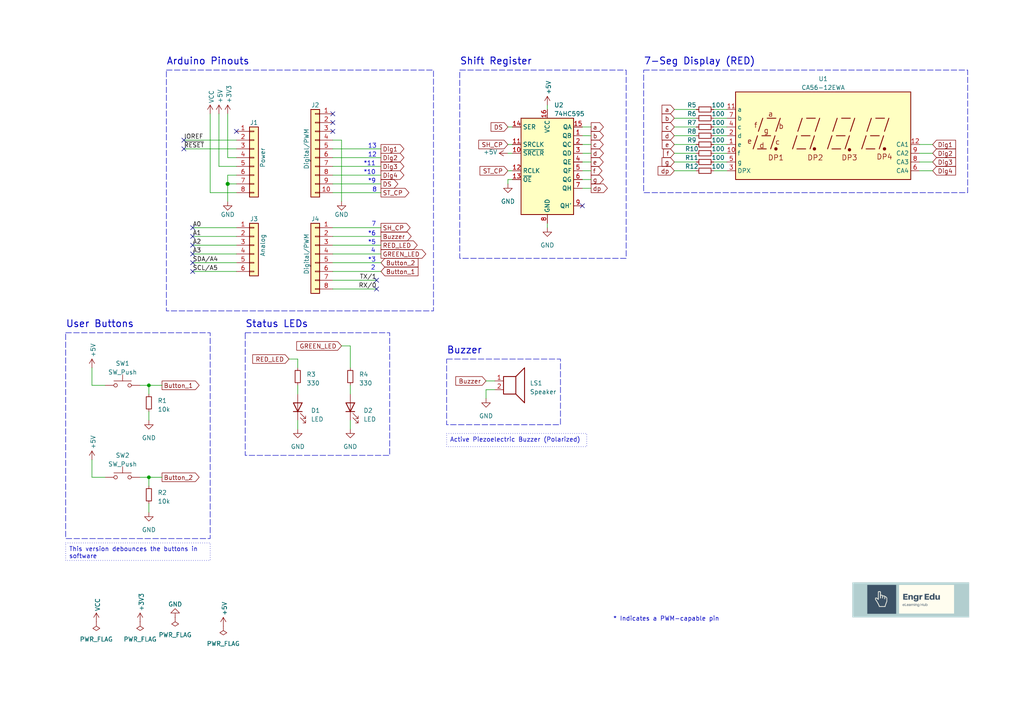
<source format=kicad_sch>
(kicad_sch (version 20230121) (generator eeschema)
  (paper "A4")
  (title_block (title "Arduino Uno Shield") (date "2023-03-22") (rev "1.0"))
  (lib_symbols
    (symbol "74xx:74HC595"
      (property "Reference" "U" (at -7.62 13.97 0))
      (property "Value" "74HC595" (at -7.62 -16.51 0))
      (symbol "74HC595_1_0"
        (pin tri_state line (at 10.16 7.62 180) (length 2.54) (name "QB") (number "1"))
        (pin input line (at -10.16 2.54 0) (length 2.54) (name "~{SRCLR}") (number "10"))
        (pin input line (at -10.16 5.08 0) (length 2.54) (name "SRCLK") (number "11"))
        (pin input line (at -10.16 -2.54 0) (length 2.54) (name "RCLK") (number "12"))
        (pin input line (at -10.16 -5.08 0) (length 2.54) (name "~{OE}") (number "13"))
        (pin input line (at -10.16 10.16 0) (length 2.54) (name "SER") (number "14"))
        (pin tri_state line (at 10.16 10.16 180) (length 2.54) (name "QA") (number "15"))
        (pin power_in line (at 0 15.24 270) (length 2.54) (name "VCC") (number "16"))
        (pin tri_state line (at 10.16 5.08 180) (length 2.54) (name "QC") (number "2"))
        (pin tri_state line (at 10.16 2.54 180) (length 2.54) (name "QD") (number "3"))
        (pin tri_state line (at 10.16 0 180) (length 2.54) (name "QE") (number "4"))
        (pin tri_state line (at 10.16 -2.54 180) (length 2.54) (name "QF") (number "5"))
        (pin tri_state line (at 10.16 -5.08 180) (length 2.54) (name "QG") (number "6"))
        (pin tri_state line (at 10.16 -7.62 180) (length 2.54) (name "QH") (number "7"))
        (pin power_in line (at 0 -17.78 90) (length 2.54) (name "GND") (number "8"))
        (pin output line (at 10.16 -12.7 180) (length 2.54) (name "QH'") (number "9"))
      )
      (symbol "74HC595_1_1"
        (rectangle (start -7.62 12.7) (end 7.62 -15.24) (stroke (width 0.254)) (fill (type background)))
      )
    )
    (symbol "Connector_Generic:Conn_01x06" (pin_names (offset 1.016) hide)
      (property "Reference" "J" (at 0 7.62 0))
      (property "Value" "Conn_01x06" (at 0 -10.16 0))
      (symbol "Conn_01x06_1_1"
        (rectangle (start -1.27 -7.493) (end 0 -7.747) (stroke (width 0.1524)))
        (rectangle (start -1.27 -4.953) (end 0 -5.207) (stroke (width 0.1524)))
        (rectangle (start -1.27 -2.413) (end 0 -2.667) (stroke (width 0.1524)))
        (rectangle (start -1.27 0.127) (end 0 -0.127) (stroke (width 0.1524)))
        (rectangle (start -1.27 2.667) (end 0 2.413) (stroke (width 0.1524)))
        (rectangle (start -1.27 5.207) (end 0 4.953) (stroke (width 0.1524)))
        (rectangle (start -1.27 6.35) (end 1.27 -8.89) (stroke (width 0.254)) (fill (type background)))
        (pin passive line (at -5.08 5.08 0) (length 3.81) (name "Pin_1") (number "1"))
        (pin passive line (at -5.08 2.54 0) (length 3.81) (name "Pin_2") (number "2"))
        (pin passive line (at -5.08 0 0) (length 3.81) (name "Pin_3") (number "3"))
        (pin passive line (at -5.08 -2.54 0) (length 3.81) (name "Pin_4") (number "4"))
        (pin passive line (at -5.08 -5.08 0) (length 3.81) (name "Pin_5") (number "5"))
        (pin passive line (at -5.08 -7.62 0) (length 3.81) (name "Pin_6") (number "6"))
      )
    )
    (symbol "Connector_Generic:Conn_01x08" (pin_names (offset 1.016) hide)
      (property "Reference" "J" (at 0 10.16 0))
      (property "Value" "Conn_01x08" (at 0 -12.7 0))
      (symbol "Conn_01x08_1_1"
        (rectangle (start -1.27 -10.033) (end 0 -10.287) (stroke (width 0.1524)))
        (rectangle (start -1.27 -7.493) (end 0 -7.747) (stroke (width 0.1524)))
        (rectangle (start -1.27 -4.953) (end 0 -5.207) (stroke (width 0.1524)))
        (rectangle (start -1.27 -2.413) (end 0 -2.667) (stroke (width 0.1524)))
        (rectangle (start -1.27 0.127) (end 0 -0.127) (stroke (width 0.1524)))
        (rectangle (start -1.27 2.667) (end 0 2.413) (stroke (width 0.1524)))
        (rectangle (start -1.27 5.207) (end 0 4.953) (stroke (width 0.1524)))
        (rectangle (start -1.27 7.747) (end 0 7.493) (stroke (width 0.1524)))
        (rectangle (start -1.27 8.89) (end 1.27 -11.43) (stroke (width 0.254)) (fill (type background)))
        (pin passive line (at -5.08 7.62 0) (length 3.81) (name "Pin_1") (number "1"))
        (pin passive line (at -5.08 5.08 0) (length 3.81) (name "Pin_2") (number "2"))
        (pin passive line (at -5.08 2.54 0) (length 3.81) (name "Pin_3") (number "3"))
        (pin passive line (at -5.08 0 0) (length 3.81) (name "Pin_4") (number "4"))
        (pin passive line (at -5.08 -2.54 0) (length 3.81) (name "Pin_5") (number "5"))
        (pin passive line (at -5.08 -5.08 0) (length 3.81) (name "Pin_6") (number "6"))
        (pin passive line (at -5.08 -7.62 0) (length 3.81) (name "Pin_7") (number "7"))
        (pin passive line (at -5.08 -10.16 0) (length 3.81) (name "Pin_8") (number "8"))
      )
    )
    (symbol "Connector_Generic:Conn_01x10" (pin_names (offset 1.016) hide)
      (property "Reference" "J" (at 0 12.7 0))
      (property "Value" "Conn_01x10" (at 0 -15.24 0))
      (symbol "Conn_01x10_1_1"
        (rectangle (start -1.27 -12.573) (end 0 -12.827) (stroke (width 0.1524)))
        (rectangle (start -1.27 -10.033) (end 0 -10.287) (stroke (width 0.1524)))
        (rectangle (start -1.27 -7.493) (end 0 -7.747) (stroke (width 0.1524)))
        (rectangle (start -1.27 -4.953) (end 0 -5.207) (stroke (width 0.1524)))
        (rectangle (start -1.27 -2.413) (end 0 -2.667) (stroke (width 0.1524)))
        (rectangle (start -1.27 0.127) (end 0 -0.127) (stroke (width 0.1524)))
        (rectangle (start -1.27 2.667) (end 0 2.413) (stroke (width 0.1524)))
        (rectangle (start -1.27 5.207) (end 0 4.953) (stroke (width 0.1524)))
        (rectangle (start -1.27 7.747) (end 0 7.493) (stroke (width 0.1524)))
        (rectangle (start -1.27 10.287) (end 0 10.033) (stroke (width 0.1524)))
        (rectangle (start -1.27 11.43) (end 1.27 -13.97) (stroke (width 0.254)) (fill (type background)))
        (pin passive line (at -5.08 10.16 0) (length 3.81) (name "Pin_1") (number "1"))
        (pin passive line (at -5.08 -12.7 0) (length 3.81) (name "Pin_10") (number "10"))
        (pin passive line (at -5.08 7.62 0) (length 3.81) (name "Pin_2") (number "2"))
        (pin passive line (at -5.08 5.08 0) (length 3.81) (name "Pin_3") (number "3"))
        (pin passive line (at -5.08 2.54 0) (length 3.81) (name "Pin_4") (number "4"))
        (pin passive line (at -5.08 0 0) (length 3.81) (name "Pin_5") (number "5"))
        (pin passive line (at -5.08 -2.54 0) (length 3.81) (name "Pin_6") (number "6"))
        (pin passive line (at -5.08 -5.08 0) (length 3.81) (name "Pin_7") (number "7"))
        (pin passive line (at -5.08 -7.62 0) (length 3.81) (name "Pin_8") (number "8"))
        (pin passive line (at -5.08 -10.16 0) (length 3.81) (name "Pin_9") (number "9"))
      )
    )
    (symbol "Device:LED" (pin_numbers hide) (pin_names (offset 1.016) hide)
      (property "Reference" "D" (at 0 2.54 0))
      (property "Value" "LED" (at 0 -2.54 0))
      (symbol "LED_0_1"
        (polyline (pts (xy -1.27 -1.27) (xy -1.27 1.27)) (stroke (width 0.254)))
        (polyline (pts (xy -1.27 0) (xy 1.27 0)))
        (polyline (pts (xy 1.27 -1.27) (xy 1.27 1.27) (xy -1.27 0) (xy 1.27 -1.27)) (stroke (width 0.254)))
        (polyline (pts (xy -3.048 -0.762) (xy -4.572 -2.286) (xy -3.81 -2.286) (xy -4.572 -2.286) (xy -4.572 -1.524)))
        (polyline (pts (xy -1.778 -0.762) (xy -3.302 -2.286) (xy -2.54 -2.286) (xy -3.302 -2.286) (xy -3.302 -1.524)))
      )
      (symbol "LED_1_1"
        (pin passive line (at -3.81 0 0) (length 2.54) (name "K") (number "1"))
        (pin passive line (at 3.81 0 180) (length 2.54) (name "A") (number "2"))
      )
    )
    (symbol "Device:R_Small" (pin_numbers hide) (pin_names (offset 0.254) hide)
      (property "Reference" "R" (at 0.762 0.508 0))
      (property "Value" "R_Small" (at 0.762 -1.016 0))
      (symbol "R_Small_0_1"
        (rectangle (start -0.762 1.778) (end 0.762 -1.778) (stroke (width 0.2032)))
      )
      (symbol "R_Small_1_1"
        (pin passive line (at 0 2.54 270) (length 0.762) (name "~") (number "1"))
        (pin passive line (at 0 -2.54 90) (length 0.762) (name "~") (number "2"))
      )
    )
    (symbol "Device:Speaker" (pin_names (offset 0) hide)
      (property "Reference" "LS" (at 1.27 5.715 0))
      (property "Value" "Speaker" (at 1.27 3.81 0))
      (symbol "Speaker_0_0"
        (rectangle (start -2.54 1.27) (end 1.016 -3.81) (stroke (width 0.254)))
        (polyline (pts (xy 1.016 1.27) (xy 3.556 3.81) (xy 3.556 -6.35) (xy 1.016 -3.81)) (stroke (width 0.254)))
      )
      (symbol "Speaker_1_1"
        (pin input line (at -5.08 0 0) (length 2.54) (name "1") (number "1"))
        (pin input line (at -5.08 -2.54 0) (length 2.54) (name "2") (number "2"))
      )
    )
    (symbol "Display_Character:CA56-12EWA"
      (property "Reference" "U" (at -24.13 13.97 0))
      (property "Value" "CA56-12EWA" (at 19.05 13.97 0))
      (symbol "CA56-12EWA_0_0"
        (rectangle (start -25.4 12.7) (end 25.4 -12.7) (stroke (width 0.254)) (fill (type background)))
        (polyline (pts (xy -20.32 -3.81) (xy -19.05 0)) (stroke (width 0.254)))
        (polyline (pts (xy -19.05 -3.81) (xy -16.51 -3.81)) (stroke (width 0.254)))
        (polyline (pts (xy -18.796 1.27) (xy -17.526 5.08)) (stroke (width 0.254)))
        (polyline (pts (xy -17.78 0) (xy -15.24 0)) (stroke (width 0.254)))
        (polyline (pts (xy -16.256 5.08) (xy -13.716 5.08)) (stroke (width 0.254)))
        (polyline (pts (xy -15.24 -3.81) (xy -13.97 0)) (stroke (width 0.254)))
        (polyline (pts (xy -13.716 1.27) (xy -12.446 5.08)) (stroke (width 0.254)))
        (polyline (pts (xy -8.89 -3.81) (xy -7.62 0)) (stroke (width 0.254)))
        (polyline (pts (xy -7.62 -3.81) (xy -5.08 -3.81)) (stroke (width 0.254)))
        (polyline (pts (xy -7.366 1.27) (xy -6.096 5.08)) (stroke (width 0.254)))
        (polyline (pts (xy -6.35 0) (xy -3.81 0)) (stroke (width 0.254)))
        (polyline (pts (xy -4.826 5.08) (xy -2.286 5.08)) (stroke (width 0.254)))
        (polyline (pts (xy -3.81 -3.81) (xy -2.54 0)) (stroke (width 0.254)))
        (polyline (pts (xy -2.286 1.27) (xy -1.016 5.08)) (stroke (width 0.254)))
        (polyline (pts (xy 1.27 -3.81) (xy 2.54 0)) (stroke (width 0.254)))
        (polyline (pts (xy 2.54 -3.81) (xy 5.08 -3.81)) (stroke (width 0.254)))
        (polyline (pts (xy 2.794 1.27) (xy 4.064 5.08)) (stroke (width 0.254)))
        (polyline (pts (xy 3.81 0) (xy 6.35 0)) (stroke (width 0.254)))
        (polyline (pts (xy 5.334 5.08) (xy 7.874 5.08)) (stroke (width 0.254)))
        (polyline (pts (xy 6.35 -3.81) (xy 7.62 0)) (stroke (width 0.254)))
        (polyline (pts (xy 7.874 1.27) (xy 9.144 5.08)) (stroke (width 0.254)))
        (polyline (pts (xy 11.176 -3.81) (xy 12.446 0)) (stroke (width 0.254)))
        (polyline (pts (xy 12.446 -3.81) (xy 14.986 -3.81)) (stroke (width 0.254)))
        (polyline (pts (xy 12.7 1.27) (xy 13.97 5.08)) (stroke (width 0.254)))
        (polyline (pts (xy 13.716 0) (xy 16.256 0)) (stroke (width 0.254)))
        (polyline (pts (xy 15.24 5.08) (xy 17.78 5.08)) (stroke (width 0.254)))
        (polyline (pts (xy 16.256 -3.81) (xy 17.526 0)) (stroke (width 0.254)))
        (polyline (pts (xy 17.78 1.27) (xy 19.05 5.08)) (stroke (width 0.254)))
        (text "a" (at -15.24 6.35 0) (effects (font (size 1.524 1.524))))
        (text "b" (at -12.192 2.794 0) (effects (font (size 1.524 1.524))))
        (text "c" (at -13.208 -1.778 0) (effects (font (size 1.524 1.524))))
        (text "d" (at -17.78 -2.794 0) (effects (font (size 1.524 1.524))))
        (text "DP1" (at -13.716 -6.35 0) (effects (font (size 1.524 1.524))))
        (text "DP2" (at -2.286 -6.35 0) (effects (font (size 1.524 1.524))))
        (text "DP3" (at 7.62 -6.35 0) (effects (font (size 1.524 1.524))))
        (text "DP4" (at 17.78 -6.096 0) (effects (font (size 1.524 1.524))))
        (text "e" (at -21.336 -1.524 0) (effects (font (size 1.524 1.524))))
        (text "f" (at -19.558 3.048 0) (effects (font (size 1.524 1.524))))
        (text "g" (at -16.51 1.524 0) (effects (font (size 1.524 1.524))))
      )
      (symbol "CA56-12EWA_0_1"
        (circle (center -13.716 -3.81) (radius 0.3556) (stroke (width 0.254)) (fill (type outline)))
        (circle (center -2.54 -3.81) (radius 0.3556) (stroke (width 0.254)) (fill (type outline)))
      )
      (symbol "CA56-12EWA_1_0"
        (circle (center 7.62 -4.064) (radius 0.3556) (stroke (width 0.254)) (fill (type outline)))
        (circle (center 17.78 -3.81) (radius 0.3556) (stroke (width 0.254)) (fill (type outline)))
      )
      (symbol "CA56-12EWA_1_1"
        (pin input line (at -27.94 -2.54 0) (length 2.54) (name "e") (number "1"))
        (pin input line (at -27.94 -5.08 0) (length 2.54) (name "f") (number "10"))
        (pin input line (at -27.94 7.62 0) (length 2.54) (name "a") (number "11"))
        (pin input line (at 27.94 -2.54 180) (length 2.54) (name "CA1") (number "12"))
        (pin input line (at -27.94 0 0) (length 2.54) (name "d") (number "2"))
        (pin input line (at -27.94 -10.16 0) (length 2.54) (name "DPX") (number "3"))
        (pin input line (at -27.94 2.54 0) (length 2.54) (name "c") (number "4"))
        (pin input line (at -27.94 -7.62 0) (length 2.54) (name "g") (number "5"))
        (pin input line (at 27.94 -10.16 180) (length 2.54) (name "CA4") (number "6"))
        (pin input line (at -27.94 5.08 0) (length 2.54) (name "b") (number "7"))
        (pin input line (at 27.94 -7.62 180) (length 2.54) (name "CA3") (number "8"))
        (pin input line (at 27.94 -5.08 180) (length 2.54) (name "CA2") (number "9"))
      )
    )
    (symbol "GND_1" (power) (pin_names (offset 0))
      (property "Value" "GND_1" (at 0 -3.81 0))
      (symbol "GND_1_0_1"
        (polyline (pts (xy 0 0) (xy 0 -1.27) (xy 1.27 -1.27) (xy 0 -2.54) (xy -1.27 -1.27) (xy 0 -1.27)))
      )
      (symbol "GND_1_1_1"
        (pin power_in line (at 0 0 270) (length 0) hide (name "GND") (number "1"))
      )
    )
    (symbol "GND_2" (power) (pin_names (offset 0))
      (property "Value" "GND_2" (at 0 -3.81 0))
      (symbol "GND_2_0_1"
        (polyline (pts (xy 0 0) (xy 0 -1.27) (xy 1.27 -1.27) (xy 0 -2.54) (xy -1.27 -1.27) (xy 0 -1.27)))
      )
      (symbol "GND_2_1_1"
        (pin power_in line (at 0 0 270) (length 0) hide (name "GND") (number "1"))
      )
    )
    (symbol "GND_3" (power) (pin_names (offset 0))
      (property "Value" "GND_3" (at 0 -3.81 0))
      (symbol "GND_3_0_1"
        (polyline (pts (xy 0 0) (xy 0 -1.27) (xy 1.27 -1.27) (xy 0 -2.54) (xy -1.27 -1.27) (xy 0 -1.27)))
      )
      (symbol "GND_3_1_1"
        (pin power_in line (at 0 0 270) (length 0) hide (name "GND") (number "1"))
      )
    )
    (symbol "Switch:SW_Push" (pin_numbers hide) (pin_names (offset 1.016) hide)
      (property "Reference" "SW" (at 1.27 2.54 0))
      (property "Value" "SW_Push" (at 0 -1.524 0))
      (symbol "SW_Push_0_1"
        (circle (center -2.032 0) (radius 0.508))
        (polyline (pts (xy 0 1.27) (xy 0 3.048)))
        (polyline (pts (xy 2.54 1.27) (xy -2.54 1.27)))
        (circle (center 2.032 0) (radius 0.508))
        (pin passive line (at -5.08 0 0) (length 2.54) (name "1") (number "1"))
        (pin passive line (at 5.08 0 180) (length 2.54) (name "2") (number "2"))
      )
    )
    (symbol "power:+3V3" (power) (pin_names (offset 0))
      (property "Value" "+3V3" (at 0 3.556 0))
      (symbol "+3V3_0_1"
        (polyline (pts (xy -0.762 1.27) (xy 0 2.54)))
        (polyline (pts (xy 0 0) (xy 0 2.54)))
        (polyline (pts (xy 0 2.54) (xy 0.762 1.27)))
      )
      (symbol "+3V3_1_1"
        (pin power_in line (at 0 0 90) (length 0) hide (name "+3V3") (number "1"))
      )
    )
    (symbol "power:+5V" (power) (pin_names (offset 0))
      (property "Value" "+5V" (at 0 3.556 0))
      (symbol "+5V_0_1"
        (polyline (pts (xy -0.762 1.27) (xy 0 2.54)))
        (polyline (pts (xy 0 0) (xy 0 2.54)))
        (polyline (pts (xy 0 2.54) (xy 0.762 1.27)))
      )
      (symbol "+5V_1_1"
        (pin power_in line (at 0 0 90) (length 0) hide (name "+5V") (number "1"))
      )
    )
    (symbol "power:GND" (power) (pin_names (offset 0))
      (property "Value" "GND" (at 0 -3.81 0))
      (symbol "GND_0_1"
        (polyline (pts (xy 0 0) (xy 0 -1.27) (xy 1.27 -1.27) (xy 0 -2.54) (xy -1.27 -1.27) (xy 0 -1.27)))
      )
      (symbol "GND_1_1"
        (pin power_in line (at 0 0 270) (length 0) hide (name "GND") (number "1"))
      )
    )
    (symbol "power:PWR_FLAG" (power) (pin_numbers hide) (pin_names (offset 0) hide)
      (property "Value" "PWR_FLAG" (at 0 3.81 0))
      (symbol "PWR_FLAG_0_0"
        (pin power_out line (at 0 0 90) (length 0) (name "pwr") (number "1"))
      )
      (symbol "PWR_FLAG_0_1"
        (polyline (pts (xy 0 0) (xy 0 1.27) (xy -1.016 1.905) (xy 0 2.54) (xy 1.016 1.905) (xy 0 1.27)))
      )
    )
    (symbol "power:VCC" (power) (pin_names (offset 0))
      (property "Value" "VCC" (at 0 3.81 0))
      (symbol "VCC_0_1"
        (polyline (pts (xy -0.762 1.27) (xy 0 2.54)))
        (polyline (pts (xy 0 0) (xy 0 2.54)))
        (polyline (pts (xy 0 2.54) (xy 0.762 1.27)))
      )
      (symbol "VCC_1_1"
        (pin power_in line (at 0 0 90) (length 0) hide (name "VCC") (number "1"))
      )
    )
  )
  (junction (at 66.04 53.34) (diameter 1.016))
  (junction (at 43.18 138.43))
  (junction (at 43.18 111.76))
  (no_connect (at 96.52 33.02))
  (no_connect (at 55.88 71.12))
  (no_connect (at 109.22 81.28))
  (no_connect (at 96.52 35.56))
  (no_connect (at 55.88 73.66))
  (no_connect (at 55.88 68.58))
  (no_connect (at 68.58 38.1))
  (no_connect (at 53.34 43.18))
  (no_connect (at 55.88 66.04))
  (no_connect (at 53.34 40.64))
  (no_connect (at 168.91 59.69))
  (no_connect (at 109.22 83.82))
  (no_connect (at 96.52 38.1))
  (no_connect (at 55.88 76.2))
  (no_connect (at 55.88 78.74))
  (wire (pts (xy 96.52 83.82) (xy 109.22 83.82)))
  (wire (pts (xy 158.75 64.77) (xy 158.75 66.04)))
  (wire (pts (xy 96.52 50.8) (xy 110.49 50.8)))
  (wire (pts (xy 43.18 138.43) (xy 43.18 140.97)))
  (wire (pts (xy 207.01 36.83) (xy 210.82 36.83)))
  (wire (pts (xy 66.04 50.8) (xy 66.04 53.34)))
  (wire (pts (xy 140.97 113.03) (xy 140.97 115.57)))
  (wire (pts (xy 168.91 36.83) (xy 171.45 36.83)))
  (wire (pts (xy 43.18 138.43) (xy 46.99 138.43)))
  (wire (pts (xy 30.48 111.76) (xy 26.67 111.76)))
  (wire (pts (xy 43.18 111.76) (xy 43.18 114.3)))
  (wire (pts (xy 66.04 53.34) (xy 66.04 58.42)))
  (wire (pts (xy 86.36 111.76) (xy 86.36 114.3)))
  (wire (pts (xy 66.04 45.72) (xy 68.58 45.72)))
  (wire (pts (xy 63.5 48.26) (xy 68.58 48.26)))
  (wire (pts (xy 147.32 41.91) (xy 148.59 41.91)))
  (wire (pts (xy 63.5 33.02) (xy 63.5 48.26)))
  (wire (pts (xy 55.88 78.74) (xy 68.58 78.74)))
  (wire (pts (xy 96.52 43.18) (xy 110.49 43.18)))
  (wire (pts (xy 66.04 33.02) (xy 66.04 45.72)))
  (wire (pts (xy 96.52 66.04) (xy 110.49 66.04)))
  (wire (pts (xy 195.58 36.83) (xy 201.93 36.83)))
  (wire (pts (xy 140.97 110.49) (xy 143.51 110.49)))
  (wire (pts (xy 68.58 66.04) (xy 55.88 66.04)))
  (wire (pts (xy 266.7 44.45) (xy 270.51 44.45)))
  (wire (pts (xy 96.52 45.72) (xy 110.49 45.72)))
  (wire (pts (xy 101.6 100.33) (xy 101.6 106.68)))
  (wire (pts (xy 96.52 68.58) (xy 110.49 68.58)))
  (wire (pts (xy 195.58 34.29) (xy 201.93 34.29)))
  (wire (pts (xy 148.59 52.07) (xy 147.32 52.07)))
  (wire (pts (xy 101.6 111.76) (xy 101.6 114.3)))
  (wire (pts (xy 195.58 41.91) (xy 201.93 41.91)))
  (wire (pts (xy 158.75 30.48) (xy 158.75 31.75)))
  (wire (pts (xy 96.52 53.34) (xy 110.49 53.34)))
  (wire (pts (xy 99.06 100.33) (xy 101.6 100.33)))
  (wire (pts (xy 96.52 73.66) (xy 110.49 73.66)))
  (wire (pts (xy 195.58 44.45) (xy 201.93 44.45)))
  (wire (pts (xy 53.34 40.64) (xy 68.58 40.64)))
  (wire (pts (xy 147.32 36.83) (xy 148.59 36.83)))
  (wire (pts (xy 207.01 31.75) (xy 210.82 31.75)))
  (wire (pts (xy 43.18 111.76) (xy 46.99 111.76)))
  (wire (pts (xy 101.6 121.92) (xy 101.6 124.46)))
  (wire (pts (xy 168.91 49.53) (xy 171.45 49.53)))
  (wire (pts (xy 266.7 46.99) (xy 270.51 46.99)))
  (wire (pts (xy 99.06 40.64) (xy 99.06 58.42)))
  (wire (pts (xy 147.32 44.45) (xy 148.59 44.45)))
  (wire (pts (xy 207.01 39.37) (xy 210.82 39.37)))
  (wire (pts (xy 40.64 111.76) (xy 43.18 111.76)))
  (wire (pts (xy 68.58 71.12) (xy 55.88 71.12)))
  (wire (pts (xy 53.34 43.18) (xy 68.58 43.18)))
  (wire (pts (xy 68.58 53.34) (xy 66.04 53.34)))
  (wire (pts (xy 195.58 49.53) (xy 201.93 49.53)))
  (wire (pts (xy 143.51 113.03) (xy 140.97 113.03)))
  (wire (pts (xy 68.58 55.88) (xy 60.96 55.88)))
  (wire (pts (xy 55.88 68.58) (xy 68.58 68.58)))
  (wire (pts (xy 147.32 52.07) (xy 147.32 53.34)))
  (wire (pts (xy 207.01 46.99) (xy 210.82 46.99)))
  (wire (pts (xy 168.91 41.91) (xy 171.45 41.91)))
  (wire (pts (xy 207.01 34.29) (xy 210.82 34.29)))
  (wire (pts (xy 195.58 39.37) (xy 201.93 39.37)))
  (wire (pts (xy 207.01 44.45) (xy 210.82 44.45)))
  (wire (pts (xy 96.52 40.64) (xy 99.06 40.64)))
  (wire (pts (xy 68.58 50.8) (xy 66.04 50.8)))
  (wire (pts (xy 43.18 119.38) (xy 43.18 121.92)))
  (wire (pts (xy 168.91 44.45) (xy 171.45 44.45)))
  (wire (pts (xy 96.52 48.26) (xy 110.49 48.26)))
  (wire (pts (xy 266.7 49.53) (xy 270.51 49.53)))
  (wire (pts (xy 168.91 46.99) (xy 171.45 46.99)))
  (wire (pts (xy 26.67 111.76) (xy 26.67 106.68)))
  (wire (pts (xy 168.91 39.37) (xy 171.45 39.37)))
  (wire (pts (xy 96.52 71.12) (xy 110.49 71.12)))
  (wire (pts (xy 43.18 146.05) (xy 43.18 148.59)))
  (wire (pts (xy 55.88 73.66) (xy 68.58 73.66)))
  (wire (pts (xy 195.58 31.75) (xy 201.93 31.75)))
  (wire (pts (xy 195.58 46.99) (xy 201.93 46.99)))
  (wire (pts (xy 86.36 104.14) (xy 86.36 106.68)))
  (wire (pts (xy 86.36 121.92) (xy 86.36 124.46)))
  (wire (pts (xy 26.67 138.43) (xy 26.67 133.35)))
  (wire (pts (xy 96.52 78.74) (xy 110.49 78.74)))
  (wire (pts (xy 207.01 41.91) (xy 210.82 41.91)))
  (wire (pts (xy 96.52 76.2) (xy 110.49 76.2)))
  (wire (pts (xy 168.91 54.61) (xy 171.45 54.61)))
  (wire (pts (xy 266.7 41.91) (xy 270.51 41.91)))
  (wire (pts (xy 30.48 138.43) (xy 26.67 138.43)))
  (wire (pts (xy 147.32 49.53) (xy 148.59 49.53)))
  (wire (pts (xy 40.64 138.43) (xy 43.18 138.43)))
  (wire (pts (xy 96.52 81.28) (xy 109.22 81.28)))
  (wire (pts (xy 60.96 55.88) (xy 60.96 33.02)))
  (wire (pts (xy 83.82 104.14) (xy 86.36 104.14)))
  (wire (pts (xy 68.58 76.2) (xy 55.88 76.2)))
  (wire (pts (xy 168.91 52.07) (xy 171.45 52.07)))
  (wire (pts (xy 96.52 55.88) (xy 110.49 55.88)))
  (wire (pts (xy 207.01 49.53) (xy 210.82 49.53)))
  (rectangle (start 71.12 96.52) (end 113.03 132.08) (stroke (width 0) (type dash)))
  (rectangle (start 129.54 104.14) (end 162.56 123.19) (stroke (width 0) (type dash)))
  (rectangle (start 48.26 20.32) (end 125.73 90.17) (stroke (width 0) (type dash)))
  (rectangle (start 19.05 96.52) (end 60.96 156.21) (stroke (width 0) (type dash)))
  (rectangle (start 133.35 20.32) (end 181.61 74.93) (stroke (width 0) (type dash)))
  (rectangle (start 186.69 20.32) (end 280.67 55.88) (stroke (width 0) (type dash)))
  (image (at 264.16 173.99) (scale 0.800628))
  (text_box "Active Piezoelectric Buzzer (Polarized)" (at 129.54 125.73 0) (size 40.64 3.81) (stroke (width 0) (type dot)) (effects (font (size 1.27 1.27)) (justify left top)))
  (text_box "This version debounces the buttons in software" (at 19.05 157.48 0) (size 41.91 5.08) (stroke (width 0) (type dot)) (effects (font (size 1.27 1.27)) (justify left top)))
  (text "Shift Register" (at 133.35 19.05 0) (effects (font (size 2 2) (thickness 0.254) bold) (justify left bottom)))
  (text "*10\n" (at 105.41 50.8 0) (effects (font (size 1.27 1.27)) (justify left bottom)))
  (text "*5\n" (at 106.68 71.12 0) (effects (font (size 1.27 1.27)) (justify left bottom)))
  (text "2" (at 107.5197 78.5097 0) (effects (font (size 1.27 1.27)) (justify left bottom)))
  (text "8\n" (at 107.95 55.88 0) (effects (font (size 1.27 1.27)) (justify left bottom)))
  (text "*6" (at 106.68 68.58 0) (effects (font (size 1.27 1.27)) (justify left bottom)))
  (text "12\n" (at 106.68 45.72 0) (effects (font (size 1.27 1.27)) (justify left bottom)))
  (text "*3" (at 106.68 76.2 0) (effects (font (size 1.27 1.27)) (justify left bottom)))
  (text "13\n" (at 106.68 43.18 0) (effects (font (size 1.27 1.27)) (justify left bottom)))
  (text "7" (at 107.7116 65.8176 0) (effects (font (size 1.27 1.27)) (justify left bottom)))
  (text "Status LEDs" (at 71.12 95.25 0) (effects (font (size 2 2) (thickness 0.254) bold) (justify left bottom)))
  (text "Arduino Pinouts" (at 48.26 19.05 0) (effects (font (size 2 2) (thickness 0.254) bold) (justify left bottom)))
  (text "User Buttons" (at 19.05 95.25 0) (effects (font (size 2 2) (thickness 0.254) bold) (justify left bottom)))
  (text "Buzzer" (at 129.54 102.87 0) (effects (font (size 2 2) (thickness 0.254) bold) (justify left bottom)))
  (text "* Indicates a PWM-capable pin" (at 177.8 180.34 0) (effects (font (size 1.27 1.27)) (justify left bottom)))
  (text "7-Seg Display (RED)" (at 186.69 19.05 0) (effects (font (size 2 2) (thickness 0.254) bold) (justify left bottom)))
  (text "4" (at 107.5437 73.5192 0) (effects (font (size 1.27 1.27)) (justify left bottom)))
  (text "*11" (at 105.41 48.26 0) (effects (font (size 1.27 1.27)) (justify left bottom)))
  (text "*9\n" (at 106.68 53.34 0) (effects (font (size 1.27 1.27)) (justify left bottom)))
  (label "RX{slash}0" (at 109.22 83.82 180))
  (label "A2" (at 55.88 71.12 0))
  (label "A3" (at 55.88 73.66 0))
  (label "~{RESET}" (at 53.34 43.18 0))
  (label "A1" (at 55.88 68.58 0))
  (label "TX{slash}1" (at 109.22 81.28 180))
  (label "A0" (at 55.88 66.04 0))
  (label "IOREF" (at 53.34 40.64 0))
  (label "SDA{slash}A4" (at 55.88 76.2 0))
  (label "SCL{slash}A5" (at 55.88 78.74 0))
  (global_label "e" (shape output) (at 171.45 46.99 0) (property "Intersheetrefs" "${INTERSHEET_REFS}" (effects hide)))
  (global_label "Button_1" (shape output) (at 46.99 111.76 0) (property "Intersheetrefs" "${INTERSHEET_REFS}" (effects hide)))
  (global_label "Button_1" (shape input) (at 110.49 78.74 0) (property "Intersheetrefs" "${INTERSHEET_REFS}" (effects hide)))
  (global_label "g" (shape output) (at 171.45 52.07 0) (property "Intersheetrefs" "${INTERSHEET_REFS}" (effects hide)))
  (global_label "dp" (shape output) (at 171.45 54.61 0) (property "Intersheetrefs" "${INTERSHEET_REFS}" (effects hide)))
  (global_label "ST_CP" (shape output) (at 110.49 55.88 0) (property "Intersheetrefs" "${INTERSHEET_REFS}" (effects hide)))
  (global_label "b" (shape input) (at 195.58 34.29 180) (property "Intersheetrefs" "${INTERSHEET_REFS}" (effects hide)))
  (global_label "f" (shape output) (at 171.45 49.53 0) (property "Intersheetrefs" "${INTERSHEET_REFS}" (effects hide)))
  (global_label "ST_CP" (shape input) (at 147.32 49.53 180) (property "Intersheetrefs" "${INTERSHEET_REFS}" (effects hide)))
  (global_label "d" (shape input) (at 195.58 39.37 180) (property "Intersheetrefs" "${INTERSHEET_REFS}" (effects hide)))
  (global_label "a" (shape input) (at 195.58 31.75 180) (property "Intersheetrefs" "${INTERSHEET_REFS}" (effects hide)))
  (global_label "c" (shape output) (at 171.45 41.91 0) (property "Intersheetrefs" "${INTERSHEET_REFS}" (effects hide)))
  (global_label "Dig1" (shape output) (at 110.49 43.18 0) (property "Intersheetrefs" "${INTERSHEET_REFS}" (effects hide)))
  (global_label "Buzzer" (shape output) (at 110.49 68.58 0) (property "Intersheetrefs" "${INTERSHEET_REFS}" (effects hide)))
  (global_label "g" (shape input) (at 195.58 46.99 180) (property "Intersheetrefs" "${INTERSHEET_REFS}" (effects hide)))
  (global_label "Button_2" (shape input) (at 110.49 76.2 0) (property "Intersheetrefs" "${INTERSHEET_REFS}" (effects hide)))
  (global_label "Dig1" (shape input) (at 270.51 41.91 0) (property "Intersheetrefs" "${INTERSHEET_REFS}" (effects hide)))
  (global_label "Dig4" (shape output) (at 110.49 50.8 0) (property "Intersheetrefs" "${INTERSHEET_REFS}" (effects hide)))
  (global_label "GREEN_LED" (shape input) (at 99.06 100.33 180) (property "Intersheetrefs" "${INTERSHEET_REFS}" (effects hide)))
  (global_label "a" (shape output) (at 171.45 36.83 0) (property "Intersheetrefs" "${INTERSHEET_REFS}" (effects hide)))
  (global_label "SH_CP" (shape output) (at 110.49 66.04 0) (property "Intersheetrefs" "${INTERSHEET_REFS}" (effects hide)))
  (global_label "Dig2" (shape input) (at 270.51 44.45 0) (property "Intersheetrefs" "${INTERSHEET_REFS}" (effects hide)))
  (global_label "Dig3" (shape output) (at 110.49 48.26 0) (property "Intersheetrefs" "${INTERSHEET_REFS}" (effects hide)))
  (global_label "DS" (shape input) (at 147.32 36.83 180) (property "Intersheetrefs" "${INTERSHEET_REFS}" (effects hide)))
  (global_label "SH_CP" (shape input) (at 147.32 41.91 180) (property "Intersheetrefs" "${INTERSHEET_REFS}" (effects hide)))
  (global_label "Button_2" (shape output) (at 46.99 138.43 0) (property "Intersheetrefs" "${INTERSHEET_REFS}" (effects hide)))
  (global_label "Dig4" (shape input) (at 270.51 49.53 0) (property "Intersheetrefs" "${INTERSHEET_REFS}" (effects hide)))
  (global_label "c" (shape input) (at 195.58 36.83 180) (property "Intersheetrefs" "${INTERSHEET_REFS}" (effects hide)))
  (global_label "Dig2" (shape output) (at 110.49 45.72 0) (property "Intersheetrefs" "${INTERSHEET_REFS}" (effects hide)))
  (global_label "dp" (shape input) (at 195.58 49.53 180) (property "Intersheetrefs" "${INTERSHEET_REFS}" (effects hide)))
  (global_label "Dig3" (shape input) (at 270.51 46.99 0) (property "Intersheetrefs" "${INTERSHEET_REFS}" (effects hide)))
  (global_label "Buzzer" (shape input) (at 140.97 110.49 180) (property "Intersheetrefs" "${INTERSHEET_REFS}" (effects hide)))
  (global_label "RED_LED" (shape output) (at 110.49 71.12 0) (property "Intersheetrefs" "${INTERSHEET_REFS}" (effects hide)))
  (global_label "d" (shape output) (at 171.45 44.45 0) (property "Intersheetrefs" "${INTERSHEET_REFS}" (effects hide)))
  (global_label "e" (shape input) (at 195.58 41.91 180) (property "Intersheetrefs" "${INTERSHEET_REFS}" (effects hide)))
  (global_label "DS" (shape output) (at 110.49 53.34 0) (property "Intersheetrefs" "${INTERSHEET_REFS}" (effects hide)))
  (global_label "GREEN_LED" (shape output) (at 110.49 73.66 0) (property "Intersheetrefs" "${INTERSHEET_REFS}" (effects hide)))
  (global_label "f" (shape input) (at 195.58 44.45 180) (property "Intersheetrefs" "${INTERSHEET_REFS}" (effects hide)))
  (global_label "b" (shape output) (at 171.45 39.37 0) (property "Intersheetrefs" "${INTERSHEET_REFS}" (effects hide)))
  (global_label "RED_LED" (shape input) (at 83.82 104.14 180) (property "Intersheetrefs" "${INTERSHEET_REFS}" (effects hide)))
  (symbol (lib_id "Connector_Generic:Conn_01x08") (at 73.66 45.72 0) (unit 1)
    (property "Reference" "J1" (at 73.66 35.56 0))
    (property "Value" "Power" (at 76.2 45.72 90))
    (property "Footprint" "Connector_PinSocket_2.54mm:PinSocket_1x08_P2.54mm_Vertical" (effects hide))
  )
  (symbol (lib_id "power:+3V3") (at 66.04 33.02 0) (unit 1)
    (property "Reference" "#PWR03" (effects hide))
    (property "Value" "+3.3V" (at 66.421 29.972 90) (effects (justify left)))
  )
  (symbol (lib_id "power:+5V") (at 63.5 33.02 0) (unit 1)
    (property "Reference" "#PWR02" (effects hide))
    (property "Value" "+5V" (at 63.8556 29.972 90) (effects (justify left)))
  )
  (symbol (lib_id "power:GND") (at 66.04 58.42 0) (unit 1)
    (property "Reference" "#PWR04" (effects hide))
    (property "Value" "GND" (at 66.04 62.23 0))
  )
  (symbol (lib_id "Connector_Generic:Conn_01x10") (at 91.44 43.18 0) (mirror y) (unit 1)
    (property "Reference" "J2" (at 91.44 30.48 0))
    (property "Value" "Digital/PWM" (at 88.9 43.18 90))
    (property "Footprint" "Connector_PinSocket_2.54mm:PinSocket_1x10_P2.54mm_Vertical" (effects hide))
  )
  (symbol (lib_id "power:GND") (at 99.06 58.42 0) (unit 1)
    (property "Reference" "#PWR05" (effects hide))
    (property "Value" "GND" (at 99.06 62.23 0))
  )
  (symbol (lib_id "Connector_Generic:Conn_01x06") (at 73.66 71.12 0) (unit 1)
    (property "Reference" "J3" (at 73.66 63.5 0))
    (property "Value" "Analog" (at 76.2 71.12 90))
    (property "Footprint" "Connector_PinSocket_2.54mm:PinSocket_1x06_P2.54mm_Vertical" (effects hide))
  )
  (symbol (lib_id "Connector_Generic:Conn_01x08") (at 91.44 73.66 0) (mirror y) (unit 1)
    (property "Reference" "J4" (at 91.44 63.5 0))
    (property "Value" "Digital/PWM" (at 88.9 73.66 90))
    (property "Footprint" "Connector_PinSocket_2.54mm:PinSocket_1x08_P2.54mm_Vertical" (effects hide))
  )
  (symbol (lib_id "power:+5V") (at 26.67 133.35 0) (unit 1)
    (property "Reference" "#PWR014" (effects hide))
    (property "Value" "+5V" (at 27.0256 130.302 90) (effects (justify left)))
  )
  (symbol (lib_id "power:+3V3") (at 40.64 180.34 0) (unit 1)
    (property "Reference" "#PWR018" (effects hide))
    (property "Value" "+3.3V" (at 41.021 177.292 90) (effects (justify left)))
  )
  (symbol (lib_id "74xx:74HC595") (at 158.75 46.99 0) (unit 1)
    (property "Reference" "U2" (at 160.7059 30.48 0) (effects (justify left)))
    (property "Value" "74HC595" (at 160.7059 33.02 0) (effects (justify left)))
    (property "Footprint" "Package_DIP:DIP-16_W7.62mm_Socket_LongPads" (effects hide))
    (property "Datasheet" "http://www.ti.com/lit/ds/symlink/sn74hc595.pdf" (effects hide))
  )
  (symbol (lib_id "Device:LED") (at 86.36 118.11 90) (unit 1)
    (property "Reference" "D1" (at 90.17 119.0625 90) (effects (justify right)))
    (property "Value" "LED" (at 90.17 121.6025 90) (effects (justify right)))
    (property "Footprint" "LED_THT:LED_D5.0mm" (effects hide))
  )
  (symbol (lib_name "GND_1") (lib_id "power:GND") (at 50.8 179.07 180) (unit 1)
    (property "Reference" "#PWR019" (effects hide))
    (property "Value" "GND" (at 50.8 175.26 0))
  )
  (symbol (lib_id "power:+5V") (at 64.77 181.61 0) (unit 1)
    (property "Reference" "#PWR017" (effects hide))
    (property "Value" "+5V" (at 65.1256 178.562 90) (effects (justify left)))
  )
  (symbol (lib_id "Device:R_Small") (at 204.47 39.37 90) (unit 1)
    (property "Reference" "R8" (at 200.66 38.1 90))
    (property "Value" "100" (at 208.28 38.1 90))
    (property "Footprint" "Resistor_THT:R_Axial_DIN0207_L6.3mm_D2.5mm_P10.16mm_Horizontal" (effects hide))
  )
  (symbol (lib_id "power:+5V") (at 158.75 30.48 0) (unit 1)
    (property "Reference" "#PWR07" (effects hide))
    (property "Value" "+5V" (at 159.1056 27.432 90) (effects (justify left)))
  )
  (symbol (lib_id "power:VCC") (at 27.94 180.34 0) (unit 1)
    (property "Reference" "#PWR011" (effects hide))
    (property "Value" "VCC" (at 28.321 177.292 90) (effects (justify left)))
  )
  (symbol (lib_id "Device:R_Small") (at 43.18 116.84 0) (unit 1)
    (property "Reference" "R1" (at 45.72 116.205 0) (effects (justify left)))
    (property "Value" "10k" (at 45.72 118.745 0) (effects (justify left)))
    (property "Footprint" "Resistor_THT:R_Axial_DIN0207_L6.3mm_D2.5mm_P10.16mm_Horizontal" (effects hide))
  )
  (symbol (lib_id "Device:R_Small") (at 43.18 143.51 0) (unit 1)
    (property "Reference" "R2" (at 45.72 142.875 0) (effects (justify left)))
    (property "Value" "10k" (at 45.72 145.415 0) (effects (justify left)))
    (property "Footprint" "Resistor_THT:R_Axial_DIN0207_L6.3mm_D2.5mm_P10.16mm_Horizontal" (effects hide))
  )
  (symbol (lib_id "power:PWR_FLAG") (at 40.64 180.34 180) (unit 1)
    (property "Reference" "#FLG02" (effects hide))
    (property "Value" "PWR_FLAG" (at 40.64 185.42 0))
  )
  (symbol (lib_id "Device:R_Small") (at 204.47 36.83 90) (unit 1)
    (property "Reference" "R7" (at 200.66 35.56 90))
    (property "Value" "100" (at 208.28 35.56 90))
    (property "Footprint" "Resistor_THT:R_Axial_DIN0207_L6.3mm_D2.5mm_P10.16mm_Horizontal" (effects hide))
  )
  (symbol (lib_id "power:VCC") (at 60.96 33.02 0) (unit 1)
    (property "Reference" "#PWR01" (effects hide))
    (property "Value" "VCC" (at 61.341 29.972 90) (effects (justify left)))
  )
  (symbol (lib_id "Device:LED") (at 101.6 118.11 90) (unit 1)
    (property "Reference" "D2" (at 105.41 119.0625 90) (effects (justify right)))
    (property "Value" "LED" (at 105.41 121.6025 90) (effects (justify right)))
    (property "Footprint" "LED_THT:LED_D5.0mm" (effects hide))
  )
  (symbol (lib_id "Device:R_Small") (at 204.47 44.45 90) (unit 1)
    (property "Reference" "R10" (at 200.66 43.18 90))
    (property "Value" "100" (at 208.28 43.18 90))
    (property "Footprint" "Resistor_THT:R_Axial_DIN0207_L6.3mm_D2.5mm_P10.16mm_Horizontal" (effects hide))
  )
  (symbol (lib_id "Device:R_Small") (at 86.36 109.22 0) (unit 1)
    (property "Reference" "R3" (at 88.9 108.585 0) (effects (justify left)))
    (property "Value" "330" (at 88.9 111.125 0) (effects (justify left)))
    (property "Footprint" "Resistor_THT:R_Axial_DIN0207_L6.3mm_D2.5mm_P10.16mm_Horizontal" (effects hide))
  )
  (symbol (lib_name "GND_1") (lib_id "power:GND") (at 43.18 148.59 0) (unit 1)
    (property "Reference" "#PWR015" (effects hide))
    (property "Value" "GND" (at 43.18 153.67 0))
  )
  (symbol (lib_id "Switch:SW_Push") (at 35.56 111.76 0) (unit 1)
    (property "Reference" "SW1" (at 35.56 105.41 0))
    (property "Value" "SW_Push" (at 35.56 107.95 0))
    (property "Footprint" "Button_Switch_THT:SW_PUSH-12mm" (effects hide))
  )
  (symbol (lib_id "Device:R_Small") (at 204.47 31.75 90) (unit 1)
    (property "Reference" "R5" (at 200.66 30.48 90))
    (property "Value" "100" (at 208.28 30.48 90))
    (property "Footprint" "Resistor_THT:R_Axial_DIN0207_L6.3mm_D2.5mm_P10.16mm_Horizontal" (effects hide))
  )
  (symbol (lib_id "power:+5V") (at 147.32 44.45 90) (unit 1)
    (property "Reference" "#PWR09" (effects hide))
    (property "Value" "+5V" (at 144.272 44.0944 90) (effects (justify left)))
  )
  (symbol (lib_name "GND_1") (lib_id "power:GND") (at 147.32 53.34 0) (unit 1)
    (property "Reference" "#PWR08" (effects hide))
    (property "Value" "GND" (at 147.32 58.42 0))
  )
  (symbol (lib_id "Switch:SW_Push") (at 35.56 138.43 0) (unit 1)
    (property "Reference" "SW2" (at 35.56 132.08 0))
    (property "Value" "SW_Push" (at 35.56 134.62 0))
    (property "Footprint" "Button_Switch_THT:SW_PUSH-12mm" (effects hide))
  )
  (symbol (lib_id "power:PWR_FLAG") (at 64.77 181.61 180) (unit 1)
    (property "Reference" "#FLG03" (effects hide))
    (property "Value" "PWR_FLAG" (at 64.77 186.69 0))
  )
  (symbol (lib_id "Display_Character:CA56-12EWA") (at 238.76 39.37 0) (unit 1)
    (property "Reference" "U1" (at 238.76 22.86 0))
    (property "Value" "CA56-12EWA" (at 238.76 25.4 0))
    (property "Footprint" "Display_7Segment:CA56-12EWA" (effects hide))
    (property "Datasheet" "http://cdn.sparkfun.com/datasheets/Components/LED/1LEDREDCC.pdf" (effects hide))
  )
  (symbol (lib_id "power:PWR_FLAG") (at 27.94 180.34 180) (unit 1)
    (property "Reference" "#FLG01" (effects hide))
    (property "Value" "PWR_FLAG" (at 27.94 185.42 0))
  )
  (symbol (lib_name "GND_2") (lib_id "power:GND") (at 101.6 124.46 0) (unit 1)
    (property "Reference" "#PWR020" (effects hide))
    (property "Value" "GND" (at 101.6 129.54 0))
  )
  (symbol (lib_id "Device:R_Small") (at 204.47 46.99 90) (unit 1)
    (property "Reference" "R11" (at 200.66 45.72 90))
    (property "Value" "100" (at 208.28 45.72 90))
    (property "Footprint" "Resistor_THT:R_Axial_DIN0207_L6.3mm_D2.5mm_P10.16mm_Horizontal" (effects hide))
  )
  (symbol (lib_id "Device:R_Small") (at 101.6 109.22 0) (unit 1)
    (property "Reference" "R4" (at 104.14 108.585 0) (effects (justify left)))
    (property "Value" "330" (at 104.14 111.125 0) (effects (justify left)))
    (property "Footprint" "Resistor_THT:R_Axial_DIN0207_L6.3mm_D2.5mm_P10.16mm_Horizontal" (effects hide))
  )
  (symbol (lib_id "Device:R_Small") (at 204.47 34.29 90) (unit 1)
    (property "Reference" "R6" (at 200.66 33.02 90))
    (property "Value" "100" (at 208.28 33.02 90))
    (property "Footprint" "Resistor_THT:R_Axial_DIN0207_L6.3mm_D2.5mm_P10.16mm_Horizontal" (effects hide))
  )
  (symbol (lib_name "GND_1") (lib_id "power:GND") (at 140.97 115.57 0) (unit 1)
    (property "Reference" "#PWR016" (effects hide))
    (property "Value" "GND" (at 140.97 120.65 0))
  )
  (symbol (lib_name "GND_3") (lib_id "power:GND") (at 158.75 66.04 0) (unit 1)
    (property "Reference" "#PWR06" (effects hide))
    (property "Value" "GND" (at 158.75 71.12 0))
  )
  (symbol (lib_id "power:PWR_FLAG") (at 50.8 179.07 180) (unit 1)
    (property "Reference" "#FLG04" (effects hide))
    (property "Value" "PWR_FLAG" (at 50.8 184.15 0))
  )
  (symbol (lib_id "Device:R_Small") (at 204.47 41.91 90) (unit 1)
    (property "Reference" "R9" (at 200.66 40.64 90))
    (property "Value" "100" (at 208.28 40.64 90))
    (property "Footprint" "Resistor_THT:R_Axial_DIN0207_L6.3mm_D2.5mm_P10.16mm_Horizontal" (effects hide))
  )
  (symbol (lib_id "Device:Speaker") (at 148.59 110.49 0) (unit 1)
    (property "Reference" "LS1" (at 153.67 111.125 0) (effects (justify left)))
    (property "Value" "Speaker" (at 153.67 113.665 0) (effects (justify left)))
    (property "Footprint" "Buzzer_Beeper:Buzzer_12x9.5RM7.6" (effects hide))
    (property "Datasheet" "https://www.digikey.com/en/products/detail/cui-devices/CMI-1295IC-0585T/11674150?utm_adgroup=Alarms%2C%20Buzzers%2C%20and%20Sirens&utm_source=google&utm_medium=cpc&utm_campaign=Shopping_Product_Audio%20Products_NEW&utm_term=&utm_content=Alarms%2C%20Buzzers%2C%20and%20Sirens&gclid=CjwKCAjwzuqgBhAcEiwAdj5dRt8nz1IuytFLjx3uwWgVUeIhfTmZ3ysWix6dXCToN1KqcPwJXCrWqhoCtbEQAvD_BwE" (effects hide))
  )
  (symbol (lib_id "power:+5V") (at 26.67 106.68 0) (unit 1)
    (property "Reference" "#PWR013" (effects hide))
    (property "Value" "+5V" (at 27.0256 103.632 90) (effects (justify left)))
  )
  (symbol (lib_name "GND_1") (lib_id "power:GND") (at 86.36 124.46 0) (unit 1)
    (property "Reference" "#PWR010" (effects hide))
    (property "Value" "GND" (at 86.36 129.54 0))
  )
  (symbol (lib_id "Device:R_Small") (at 204.47 49.53 90) (unit 1)
    (property "Reference" "R12" (at 200.66 48.26 90))
    (property "Value" "100" (at 208.28 48.26 90))
    (property "Footprint" "Resistor_THT:R_Axial_DIN0207_L6.3mm_D2.5mm_P10.16mm_Horizontal" (effects hide))
  )
  (symbol (lib_name "GND_1") (lib_id "power:GND") (at 43.18 121.92 0) (unit 1)
    (property "Reference" "#PWR012" (effects hide))
    (property "Value" "GND" (at 43.18 127 0))
  )
)
</source>
